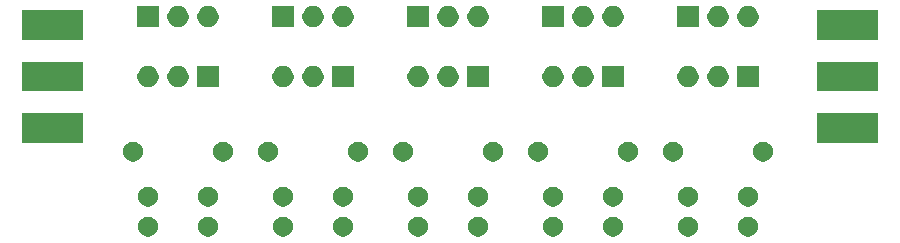
<source format=gbr>
G04 #@! TF.GenerationSoftware,KiCad,Pcbnew,(5.1.5)-3*
G04 #@! TF.CreationDate,2020-04-03T09:15:43-04:00*
G04 #@! TF.ProjectId,Project,50726f6a-6563-4742-9e6b-696361645f70,rev?*
G04 #@! TF.SameCoordinates,Original*
G04 #@! TF.FileFunction,Soldermask,Top*
G04 #@! TF.FilePolarity,Negative*
%FSLAX46Y46*%
G04 Gerber Fmt 4.6, Leading zero omitted, Abs format (unit mm)*
G04 Created by KiCad (PCBNEW (5.1.5)-3) date 2020-04-03 09:15:43*
%MOMM*%
%LPD*%
G04 APERTURE LIST*
%ADD10C,0.100000*%
G04 APERTURE END LIST*
D10*
G36*
X188208228Y-131261703D02*
G01*
X188363100Y-131325853D01*
X188502481Y-131418985D01*
X188621015Y-131537519D01*
X188714147Y-131676900D01*
X188778297Y-131831772D01*
X188811000Y-131996184D01*
X188811000Y-132163816D01*
X188778297Y-132328228D01*
X188714147Y-132483100D01*
X188621015Y-132622481D01*
X188502481Y-132741015D01*
X188363100Y-132834147D01*
X188208228Y-132898297D01*
X188043816Y-132931000D01*
X187876184Y-132931000D01*
X187711772Y-132898297D01*
X187556900Y-132834147D01*
X187417519Y-132741015D01*
X187298985Y-132622481D01*
X187205853Y-132483100D01*
X187141703Y-132328228D01*
X187109000Y-132163816D01*
X187109000Y-131996184D01*
X187141703Y-131831772D01*
X187205853Y-131676900D01*
X187298985Y-131537519D01*
X187417519Y-131418985D01*
X187556900Y-131325853D01*
X187711772Y-131261703D01*
X187876184Y-131229000D01*
X188043816Y-131229000D01*
X188208228Y-131261703D01*
G37*
G36*
X148838228Y-131261703D02*
G01*
X148993100Y-131325853D01*
X149132481Y-131418985D01*
X149251015Y-131537519D01*
X149344147Y-131676900D01*
X149408297Y-131831772D01*
X149441000Y-131996184D01*
X149441000Y-132163816D01*
X149408297Y-132328228D01*
X149344147Y-132483100D01*
X149251015Y-132622481D01*
X149132481Y-132741015D01*
X148993100Y-132834147D01*
X148838228Y-132898297D01*
X148673816Y-132931000D01*
X148506184Y-132931000D01*
X148341772Y-132898297D01*
X148186900Y-132834147D01*
X148047519Y-132741015D01*
X147928985Y-132622481D01*
X147835853Y-132483100D01*
X147771703Y-132328228D01*
X147739000Y-132163816D01*
X147739000Y-131996184D01*
X147771703Y-131831772D01*
X147835853Y-131676900D01*
X147928985Y-131537519D01*
X148047519Y-131418985D01*
X148186900Y-131325853D01*
X148341772Y-131261703D01*
X148506184Y-131229000D01*
X148673816Y-131229000D01*
X148838228Y-131261703D01*
G37*
G36*
X183128228Y-131261703D02*
G01*
X183283100Y-131325853D01*
X183422481Y-131418985D01*
X183541015Y-131537519D01*
X183634147Y-131676900D01*
X183698297Y-131831772D01*
X183731000Y-131996184D01*
X183731000Y-132163816D01*
X183698297Y-132328228D01*
X183634147Y-132483100D01*
X183541015Y-132622481D01*
X183422481Y-132741015D01*
X183283100Y-132834147D01*
X183128228Y-132898297D01*
X182963816Y-132931000D01*
X182796184Y-132931000D01*
X182631772Y-132898297D01*
X182476900Y-132834147D01*
X182337519Y-132741015D01*
X182218985Y-132622481D01*
X182125853Y-132483100D01*
X182061703Y-132328228D01*
X182029000Y-132163816D01*
X182029000Y-131996184D01*
X182061703Y-131831772D01*
X182125853Y-131676900D01*
X182218985Y-131537519D01*
X182337519Y-131418985D01*
X182476900Y-131325853D01*
X182631772Y-131261703D01*
X182796184Y-131229000D01*
X182963816Y-131229000D01*
X183128228Y-131261703D01*
G37*
G36*
X137408228Y-131261703D02*
G01*
X137563100Y-131325853D01*
X137702481Y-131418985D01*
X137821015Y-131537519D01*
X137914147Y-131676900D01*
X137978297Y-131831772D01*
X138011000Y-131996184D01*
X138011000Y-132163816D01*
X137978297Y-132328228D01*
X137914147Y-132483100D01*
X137821015Y-132622481D01*
X137702481Y-132741015D01*
X137563100Y-132834147D01*
X137408228Y-132898297D01*
X137243816Y-132931000D01*
X137076184Y-132931000D01*
X136911772Y-132898297D01*
X136756900Y-132834147D01*
X136617519Y-132741015D01*
X136498985Y-132622481D01*
X136405853Y-132483100D01*
X136341703Y-132328228D01*
X136309000Y-132163816D01*
X136309000Y-131996184D01*
X136341703Y-131831772D01*
X136405853Y-131676900D01*
X136498985Y-131537519D01*
X136617519Y-131418985D01*
X136756900Y-131325853D01*
X136911772Y-131261703D01*
X137076184Y-131229000D01*
X137243816Y-131229000D01*
X137408228Y-131261703D01*
G37*
G36*
X176778228Y-131261703D02*
G01*
X176933100Y-131325853D01*
X177072481Y-131418985D01*
X177191015Y-131537519D01*
X177284147Y-131676900D01*
X177348297Y-131831772D01*
X177381000Y-131996184D01*
X177381000Y-132163816D01*
X177348297Y-132328228D01*
X177284147Y-132483100D01*
X177191015Y-132622481D01*
X177072481Y-132741015D01*
X176933100Y-132834147D01*
X176778228Y-132898297D01*
X176613816Y-132931000D01*
X176446184Y-132931000D01*
X176281772Y-132898297D01*
X176126900Y-132834147D01*
X175987519Y-132741015D01*
X175868985Y-132622481D01*
X175775853Y-132483100D01*
X175711703Y-132328228D01*
X175679000Y-132163816D01*
X175679000Y-131996184D01*
X175711703Y-131831772D01*
X175775853Y-131676900D01*
X175868985Y-131537519D01*
X175987519Y-131418985D01*
X176126900Y-131325853D01*
X176281772Y-131261703D01*
X176446184Y-131229000D01*
X176613816Y-131229000D01*
X176778228Y-131261703D01*
G37*
G36*
X142488228Y-131261703D02*
G01*
X142643100Y-131325853D01*
X142782481Y-131418985D01*
X142901015Y-131537519D01*
X142994147Y-131676900D01*
X143058297Y-131831772D01*
X143091000Y-131996184D01*
X143091000Y-132163816D01*
X143058297Y-132328228D01*
X142994147Y-132483100D01*
X142901015Y-132622481D01*
X142782481Y-132741015D01*
X142643100Y-132834147D01*
X142488228Y-132898297D01*
X142323816Y-132931000D01*
X142156184Y-132931000D01*
X141991772Y-132898297D01*
X141836900Y-132834147D01*
X141697519Y-132741015D01*
X141578985Y-132622481D01*
X141485853Y-132483100D01*
X141421703Y-132328228D01*
X141389000Y-132163816D01*
X141389000Y-131996184D01*
X141421703Y-131831772D01*
X141485853Y-131676900D01*
X141578985Y-131537519D01*
X141697519Y-131418985D01*
X141836900Y-131325853D01*
X141991772Y-131261703D01*
X142156184Y-131229000D01*
X142323816Y-131229000D01*
X142488228Y-131261703D01*
G37*
G36*
X160268228Y-131261703D02*
G01*
X160423100Y-131325853D01*
X160562481Y-131418985D01*
X160681015Y-131537519D01*
X160774147Y-131676900D01*
X160838297Y-131831772D01*
X160871000Y-131996184D01*
X160871000Y-132163816D01*
X160838297Y-132328228D01*
X160774147Y-132483100D01*
X160681015Y-132622481D01*
X160562481Y-132741015D01*
X160423100Y-132834147D01*
X160268228Y-132898297D01*
X160103816Y-132931000D01*
X159936184Y-132931000D01*
X159771772Y-132898297D01*
X159616900Y-132834147D01*
X159477519Y-132741015D01*
X159358985Y-132622481D01*
X159265853Y-132483100D01*
X159201703Y-132328228D01*
X159169000Y-132163816D01*
X159169000Y-131996184D01*
X159201703Y-131831772D01*
X159265853Y-131676900D01*
X159358985Y-131537519D01*
X159477519Y-131418985D01*
X159616900Y-131325853D01*
X159771772Y-131261703D01*
X159936184Y-131229000D01*
X160103816Y-131229000D01*
X160268228Y-131261703D01*
G37*
G36*
X171698228Y-131261703D02*
G01*
X171853100Y-131325853D01*
X171992481Y-131418985D01*
X172111015Y-131537519D01*
X172204147Y-131676900D01*
X172268297Y-131831772D01*
X172301000Y-131996184D01*
X172301000Y-132163816D01*
X172268297Y-132328228D01*
X172204147Y-132483100D01*
X172111015Y-132622481D01*
X171992481Y-132741015D01*
X171853100Y-132834147D01*
X171698228Y-132898297D01*
X171533816Y-132931000D01*
X171366184Y-132931000D01*
X171201772Y-132898297D01*
X171046900Y-132834147D01*
X170907519Y-132741015D01*
X170788985Y-132622481D01*
X170695853Y-132483100D01*
X170631703Y-132328228D01*
X170599000Y-132163816D01*
X170599000Y-131996184D01*
X170631703Y-131831772D01*
X170695853Y-131676900D01*
X170788985Y-131537519D01*
X170907519Y-131418985D01*
X171046900Y-131325853D01*
X171201772Y-131261703D01*
X171366184Y-131229000D01*
X171533816Y-131229000D01*
X171698228Y-131261703D01*
G37*
G36*
X165348228Y-131261703D02*
G01*
X165503100Y-131325853D01*
X165642481Y-131418985D01*
X165761015Y-131537519D01*
X165854147Y-131676900D01*
X165918297Y-131831772D01*
X165951000Y-131996184D01*
X165951000Y-132163816D01*
X165918297Y-132328228D01*
X165854147Y-132483100D01*
X165761015Y-132622481D01*
X165642481Y-132741015D01*
X165503100Y-132834147D01*
X165348228Y-132898297D01*
X165183816Y-132931000D01*
X165016184Y-132931000D01*
X164851772Y-132898297D01*
X164696900Y-132834147D01*
X164557519Y-132741015D01*
X164438985Y-132622481D01*
X164345853Y-132483100D01*
X164281703Y-132328228D01*
X164249000Y-132163816D01*
X164249000Y-131996184D01*
X164281703Y-131831772D01*
X164345853Y-131676900D01*
X164438985Y-131537519D01*
X164557519Y-131418985D01*
X164696900Y-131325853D01*
X164851772Y-131261703D01*
X165016184Y-131229000D01*
X165183816Y-131229000D01*
X165348228Y-131261703D01*
G37*
G36*
X153918228Y-131261703D02*
G01*
X154073100Y-131325853D01*
X154212481Y-131418985D01*
X154331015Y-131537519D01*
X154424147Y-131676900D01*
X154488297Y-131831772D01*
X154521000Y-131996184D01*
X154521000Y-132163816D01*
X154488297Y-132328228D01*
X154424147Y-132483100D01*
X154331015Y-132622481D01*
X154212481Y-132741015D01*
X154073100Y-132834147D01*
X153918228Y-132898297D01*
X153753816Y-132931000D01*
X153586184Y-132931000D01*
X153421772Y-132898297D01*
X153266900Y-132834147D01*
X153127519Y-132741015D01*
X153008985Y-132622481D01*
X152915853Y-132483100D01*
X152851703Y-132328228D01*
X152819000Y-132163816D01*
X152819000Y-131996184D01*
X152851703Y-131831772D01*
X152915853Y-131676900D01*
X153008985Y-131537519D01*
X153127519Y-131418985D01*
X153266900Y-131325853D01*
X153421772Y-131261703D01*
X153586184Y-131229000D01*
X153753816Y-131229000D01*
X153918228Y-131261703D01*
G37*
G36*
X137408228Y-128721703D02*
G01*
X137563100Y-128785853D01*
X137702481Y-128878985D01*
X137821015Y-128997519D01*
X137914147Y-129136900D01*
X137978297Y-129291772D01*
X138011000Y-129456184D01*
X138011000Y-129623816D01*
X137978297Y-129788228D01*
X137914147Y-129943100D01*
X137821015Y-130082481D01*
X137702481Y-130201015D01*
X137563100Y-130294147D01*
X137408228Y-130358297D01*
X137243816Y-130391000D01*
X137076184Y-130391000D01*
X136911772Y-130358297D01*
X136756900Y-130294147D01*
X136617519Y-130201015D01*
X136498985Y-130082481D01*
X136405853Y-129943100D01*
X136341703Y-129788228D01*
X136309000Y-129623816D01*
X136309000Y-129456184D01*
X136341703Y-129291772D01*
X136405853Y-129136900D01*
X136498985Y-128997519D01*
X136617519Y-128878985D01*
X136756900Y-128785853D01*
X136911772Y-128721703D01*
X137076184Y-128689000D01*
X137243816Y-128689000D01*
X137408228Y-128721703D01*
G37*
G36*
X176778228Y-128721703D02*
G01*
X176933100Y-128785853D01*
X177072481Y-128878985D01*
X177191015Y-128997519D01*
X177284147Y-129136900D01*
X177348297Y-129291772D01*
X177381000Y-129456184D01*
X177381000Y-129623816D01*
X177348297Y-129788228D01*
X177284147Y-129943100D01*
X177191015Y-130082481D01*
X177072481Y-130201015D01*
X176933100Y-130294147D01*
X176778228Y-130358297D01*
X176613816Y-130391000D01*
X176446184Y-130391000D01*
X176281772Y-130358297D01*
X176126900Y-130294147D01*
X175987519Y-130201015D01*
X175868985Y-130082481D01*
X175775853Y-129943100D01*
X175711703Y-129788228D01*
X175679000Y-129623816D01*
X175679000Y-129456184D01*
X175711703Y-129291772D01*
X175775853Y-129136900D01*
X175868985Y-128997519D01*
X175987519Y-128878985D01*
X176126900Y-128785853D01*
X176281772Y-128721703D01*
X176446184Y-128689000D01*
X176613816Y-128689000D01*
X176778228Y-128721703D01*
G37*
G36*
X183128228Y-128721703D02*
G01*
X183283100Y-128785853D01*
X183422481Y-128878985D01*
X183541015Y-128997519D01*
X183634147Y-129136900D01*
X183698297Y-129291772D01*
X183731000Y-129456184D01*
X183731000Y-129623816D01*
X183698297Y-129788228D01*
X183634147Y-129943100D01*
X183541015Y-130082481D01*
X183422481Y-130201015D01*
X183283100Y-130294147D01*
X183128228Y-130358297D01*
X182963816Y-130391000D01*
X182796184Y-130391000D01*
X182631772Y-130358297D01*
X182476900Y-130294147D01*
X182337519Y-130201015D01*
X182218985Y-130082481D01*
X182125853Y-129943100D01*
X182061703Y-129788228D01*
X182029000Y-129623816D01*
X182029000Y-129456184D01*
X182061703Y-129291772D01*
X182125853Y-129136900D01*
X182218985Y-128997519D01*
X182337519Y-128878985D01*
X182476900Y-128785853D01*
X182631772Y-128721703D01*
X182796184Y-128689000D01*
X182963816Y-128689000D01*
X183128228Y-128721703D01*
G37*
G36*
X148838228Y-128721703D02*
G01*
X148993100Y-128785853D01*
X149132481Y-128878985D01*
X149251015Y-128997519D01*
X149344147Y-129136900D01*
X149408297Y-129291772D01*
X149441000Y-129456184D01*
X149441000Y-129623816D01*
X149408297Y-129788228D01*
X149344147Y-129943100D01*
X149251015Y-130082481D01*
X149132481Y-130201015D01*
X148993100Y-130294147D01*
X148838228Y-130358297D01*
X148673816Y-130391000D01*
X148506184Y-130391000D01*
X148341772Y-130358297D01*
X148186900Y-130294147D01*
X148047519Y-130201015D01*
X147928985Y-130082481D01*
X147835853Y-129943100D01*
X147771703Y-129788228D01*
X147739000Y-129623816D01*
X147739000Y-129456184D01*
X147771703Y-129291772D01*
X147835853Y-129136900D01*
X147928985Y-128997519D01*
X148047519Y-128878985D01*
X148186900Y-128785853D01*
X148341772Y-128721703D01*
X148506184Y-128689000D01*
X148673816Y-128689000D01*
X148838228Y-128721703D01*
G37*
G36*
X142488228Y-128721703D02*
G01*
X142643100Y-128785853D01*
X142782481Y-128878985D01*
X142901015Y-128997519D01*
X142994147Y-129136900D01*
X143058297Y-129291772D01*
X143091000Y-129456184D01*
X143091000Y-129623816D01*
X143058297Y-129788228D01*
X142994147Y-129943100D01*
X142901015Y-130082481D01*
X142782481Y-130201015D01*
X142643100Y-130294147D01*
X142488228Y-130358297D01*
X142323816Y-130391000D01*
X142156184Y-130391000D01*
X141991772Y-130358297D01*
X141836900Y-130294147D01*
X141697519Y-130201015D01*
X141578985Y-130082481D01*
X141485853Y-129943100D01*
X141421703Y-129788228D01*
X141389000Y-129623816D01*
X141389000Y-129456184D01*
X141421703Y-129291772D01*
X141485853Y-129136900D01*
X141578985Y-128997519D01*
X141697519Y-128878985D01*
X141836900Y-128785853D01*
X141991772Y-128721703D01*
X142156184Y-128689000D01*
X142323816Y-128689000D01*
X142488228Y-128721703D01*
G37*
G36*
X160268228Y-128721703D02*
G01*
X160423100Y-128785853D01*
X160562481Y-128878985D01*
X160681015Y-128997519D01*
X160774147Y-129136900D01*
X160838297Y-129291772D01*
X160871000Y-129456184D01*
X160871000Y-129623816D01*
X160838297Y-129788228D01*
X160774147Y-129943100D01*
X160681015Y-130082481D01*
X160562481Y-130201015D01*
X160423100Y-130294147D01*
X160268228Y-130358297D01*
X160103816Y-130391000D01*
X159936184Y-130391000D01*
X159771772Y-130358297D01*
X159616900Y-130294147D01*
X159477519Y-130201015D01*
X159358985Y-130082481D01*
X159265853Y-129943100D01*
X159201703Y-129788228D01*
X159169000Y-129623816D01*
X159169000Y-129456184D01*
X159201703Y-129291772D01*
X159265853Y-129136900D01*
X159358985Y-128997519D01*
X159477519Y-128878985D01*
X159616900Y-128785853D01*
X159771772Y-128721703D01*
X159936184Y-128689000D01*
X160103816Y-128689000D01*
X160268228Y-128721703D01*
G37*
G36*
X171698228Y-128721703D02*
G01*
X171853100Y-128785853D01*
X171992481Y-128878985D01*
X172111015Y-128997519D01*
X172204147Y-129136900D01*
X172268297Y-129291772D01*
X172301000Y-129456184D01*
X172301000Y-129623816D01*
X172268297Y-129788228D01*
X172204147Y-129943100D01*
X172111015Y-130082481D01*
X171992481Y-130201015D01*
X171853100Y-130294147D01*
X171698228Y-130358297D01*
X171533816Y-130391000D01*
X171366184Y-130391000D01*
X171201772Y-130358297D01*
X171046900Y-130294147D01*
X170907519Y-130201015D01*
X170788985Y-130082481D01*
X170695853Y-129943100D01*
X170631703Y-129788228D01*
X170599000Y-129623816D01*
X170599000Y-129456184D01*
X170631703Y-129291772D01*
X170695853Y-129136900D01*
X170788985Y-128997519D01*
X170907519Y-128878985D01*
X171046900Y-128785853D01*
X171201772Y-128721703D01*
X171366184Y-128689000D01*
X171533816Y-128689000D01*
X171698228Y-128721703D01*
G37*
G36*
X165348228Y-128721703D02*
G01*
X165503100Y-128785853D01*
X165642481Y-128878985D01*
X165761015Y-128997519D01*
X165854147Y-129136900D01*
X165918297Y-129291772D01*
X165951000Y-129456184D01*
X165951000Y-129623816D01*
X165918297Y-129788228D01*
X165854147Y-129943100D01*
X165761015Y-130082481D01*
X165642481Y-130201015D01*
X165503100Y-130294147D01*
X165348228Y-130358297D01*
X165183816Y-130391000D01*
X165016184Y-130391000D01*
X164851772Y-130358297D01*
X164696900Y-130294147D01*
X164557519Y-130201015D01*
X164438985Y-130082481D01*
X164345853Y-129943100D01*
X164281703Y-129788228D01*
X164249000Y-129623816D01*
X164249000Y-129456184D01*
X164281703Y-129291772D01*
X164345853Y-129136900D01*
X164438985Y-128997519D01*
X164557519Y-128878985D01*
X164696900Y-128785853D01*
X164851772Y-128721703D01*
X165016184Y-128689000D01*
X165183816Y-128689000D01*
X165348228Y-128721703D01*
G37*
G36*
X188208228Y-128721703D02*
G01*
X188363100Y-128785853D01*
X188502481Y-128878985D01*
X188621015Y-128997519D01*
X188714147Y-129136900D01*
X188778297Y-129291772D01*
X188811000Y-129456184D01*
X188811000Y-129623816D01*
X188778297Y-129788228D01*
X188714147Y-129943100D01*
X188621015Y-130082481D01*
X188502481Y-130201015D01*
X188363100Y-130294147D01*
X188208228Y-130358297D01*
X188043816Y-130391000D01*
X187876184Y-130391000D01*
X187711772Y-130358297D01*
X187556900Y-130294147D01*
X187417519Y-130201015D01*
X187298985Y-130082481D01*
X187205853Y-129943100D01*
X187141703Y-129788228D01*
X187109000Y-129623816D01*
X187109000Y-129456184D01*
X187141703Y-129291772D01*
X187205853Y-129136900D01*
X187298985Y-128997519D01*
X187417519Y-128878985D01*
X187556900Y-128785853D01*
X187711772Y-128721703D01*
X187876184Y-128689000D01*
X188043816Y-128689000D01*
X188208228Y-128721703D01*
G37*
G36*
X153918228Y-128721703D02*
G01*
X154073100Y-128785853D01*
X154212481Y-128878985D01*
X154331015Y-128997519D01*
X154424147Y-129136900D01*
X154488297Y-129291772D01*
X154521000Y-129456184D01*
X154521000Y-129623816D01*
X154488297Y-129788228D01*
X154424147Y-129943100D01*
X154331015Y-130082481D01*
X154212481Y-130201015D01*
X154073100Y-130294147D01*
X153918228Y-130358297D01*
X153753816Y-130391000D01*
X153586184Y-130391000D01*
X153421772Y-130358297D01*
X153266900Y-130294147D01*
X153127519Y-130201015D01*
X153008985Y-130082481D01*
X152915853Y-129943100D01*
X152851703Y-129788228D01*
X152819000Y-129623816D01*
X152819000Y-129456184D01*
X152851703Y-129291772D01*
X152915853Y-129136900D01*
X153008985Y-128997519D01*
X153127519Y-128878985D01*
X153266900Y-128785853D01*
X153421772Y-128721703D01*
X153586184Y-128689000D01*
X153753816Y-128689000D01*
X153918228Y-128721703D01*
G37*
G36*
X166618228Y-124911703D02*
G01*
X166773100Y-124975853D01*
X166912481Y-125068985D01*
X167031015Y-125187519D01*
X167124147Y-125326900D01*
X167188297Y-125481772D01*
X167221000Y-125646184D01*
X167221000Y-125813816D01*
X167188297Y-125978228D01*
X167124147Y-126133100D01*
X167031015Y-126272481D01*
X166912481Y-126391015D01*
X166773100Y-126484147D01*
X166618228Y-126548297D01*
X166453816Y-126581000D01*
X166286184Y-126581000D01*
X166121772Y-126548297D01*
X165966900Y-126484147D01*
X165827519Y-126391015D01*
X165708985Y-126272481D01*
X165615853Y-126133100D01*
X165551703Y-125978228D01*
X165519000Y-125813816D01*
X165519000Y-125646184D01*
X165551703Y-125481772D01*
X165615853Y-125326900D01*
X165708985Y-125187519D01*
X165827519Y-125068985D01*
X165966900Y-124975853D01*
X166121772Y-124911703D01*
X166286184Y-124879000D01*
X166453816Y-124879000D01*
X166618228Y-124911703D01*
G37*
G36*
X136138228Y-124911703D02*
G01*
X136293100Y-124975853D01*
X136432481Y-125068985D01*
X136551015Y-125187519D01*
X136644147Y-125326900D01*
X136708297Y-125481772D01*
X136741000Y-125646184D01*
X136741000Y-125813816D01*
X136708297Y-125978228D01*
X136644147Y-126133100D01*
X136551015Y-126272481D01*
X136432481Y-126391015D01*
X136293100Y-126484147D01*
X136138228Y-126548297D01*
X135973816Y-126581000D01*
X135806184Y-126581000D01*
X135641772Y-126548297D01*
X135486900Y-126484147D01*
X135347519Y-126391015D01*
X135228985Y-126272481D01*
X135135853Y-126133100D01*
X135071703Y-125978228D01*
X135039000Y-125813816D01*
X135039000Y-125646184D01*
X135071703Y-125481772D01*
X135135853Y-125326900D01*
X135228985Y-125187519D01*
X135347519Y-125068985D01*
X135486900Y-124975853D01*
X135641772Y-124911703D01*
X135806184Y-124879000D01*
X135973816Y-124879000D01*
X136138228Y-124911703D01*
G37*
G36*
X143758228Y-124911703D02*
G01*
X143913100Y-124975853D01*
X144052481Y-125068985D01*
X144171015Y-125187519D01*
X144264147Y-125326900D01*
X144328297Y-125481772D01*
X144361000Y-125646184D01*
X144361000Y-125813816D01*
X144328297Y-125978228D01*
X144264147Y-126133100D01*
X144171015Y-126272481D01*
X144052481Y-126391015D01*
X143913100Y-126484147D01*
X143758228Y-126548297D01*
X143593816Y-126581000D01*
X143426184Y-126581000D01*
X143261772Y-126548297D01*
X143106900Y-126484147D01*
X142967519Y-126391015D01*
X142848985Y-126272481D01*
X142755853Y-126133100D01*
X142691703Y-125978228D01*
X142659000Y-125813816D01*
X142659000Y-125646184D01*
X142691703Y-125481772D01*
X142755853Y-125326900D01*
X142848985Y-125187519D01*
X142967519Y-125068985D01*
X143106900Y-124975853D01*
X143261772Y-124911703D01*
X143426184Y-124879000D01*
X143593816Y-124879000D01*
X143758228Y-124911703D01*
G37*
G36*
X147568228Y-124911703D02*
G01*
X147723100Y-124975853D01*
X147862481Y-125068985D01*
X147981015Y-125187519D01*
X148074147Y-125326900D01*
X148138297Y-125481772D01*
X148171000Y-125646184D01*
X148171000Y-125813816D01*
X148138297Y-125978228D01*
X148074147Y-126133100D01*
X147981015Y-126272481D01*
X147862481Y-126391015D01*
X147723100Y-126484147D01*
X147568228Y-126548297D01*
X147403816Y-126581000D01*
X147236184Y-126581000D01*
X147071772Y-126548297D01*
X146916900Y-126484147D01*
X146777519Y-126391015D01*
X146658985Y-126272481D01*
X146565853Y-126133100D01*
X146501703Y-125978228D01*
X146469000Y-125813816D01*
X146469000Y-125646184D01*
X146501703Y-125481772D01*
X146565853Y-125326900D01*
X146658985Y-125187519D01*
X146777519Y-125068985D01*
X146916900Y-124975853D01*
X147071772Y-124911703D01*
X147236184Y-124879000D01*
X147403816Y-124879000D01*
X147568228Y-124911703D01*
G37*
G36*
X155188228Y-124911703D02*
G01*
X155343100Y-124975853D01*
X155482481Y-125068985D01*
X155601015Y-125187519D01*
X155694147Y-125326900D01*
X155758297Y-125481772D01*
X155791000Y-125646184D01*
X155791000Y-125813816D01*
X155758297Y-125978228D01*
X155694147Y-126133100D01*
X155601015Y-126272481D01*
X155482481Y-126391015D01*
X155343100Y-126484147D01*
X155188228Y-126548297D01*
X155023816Y-126581000D01*
X154856184Y-126581000D01*
X154691772Y-126548297D01*
X154536900Y-126484147D01*
X154397519Y-126391015D01*
X154278985Y-126272481D01*
X154185853Y-126133100D01*
X154121703Y-125978228D01*
X154089000Y-125813816D01*
X154089000Y-125646184D01*
X154121703Y-125481772D01*
X154185853Y-125326900D01*
X154278985Y-125187519D01*
X154397519Y-125068985D01*
X154536900Y-124975853D01*
X154691772Y-124911703D01*
X154856184Y-124879000D01*
X155023816Y-124879000D01*
X155188228Y-124911703D01*
G37*
G36*
X158998228Y-124911703D02*
G01*
X159153100Y-124975853D01*
X159292481Y-125068985D01*
X159411015Y-125187519D01*
X159504147Y-125326900D01*
X159568297Y-125481772D01*
X159601000Y-125646184D01*
X159601000Y-125813816D01*
X159568297Y-125978228D01*
X159504147Y-126133100D01*
X159411015Y-126272481D01*
X159292481Y-126391015D01*
X159153100Y-126484147D01*
X158998228Y-126548297D01*
X158833816Y-126581000D01*
X158666184Y-126581000D01*
X158501772Y-126548297D01*
X158346900Y-126484147D01*
X158207519Y-126391015D01*
X158088985Y-126272481D01*
X157995853Y-126133100D01*
X157931703Y-125978228D01*
X157899000Y-125813816D01*
X157899000Y-125646184D01*
X157931703Y-125481772D01*
X157995853Y-125326900D01*
X158088985Y-125187519D01*
X158207519Y-125068985D01*
X158346900Y-124975853D01*
X158501772Y-124911703D01*
X158666184Y-124879000D01*
X158833816Y-124879000D01*
X158998228Y-124911703D01*
G37*
G36*
X170428228Y-124911703D02*
G01*
X170583100Y-124975853D01*
X170722481Y-125068985D01*
X170841015Y-125187519D01*
X170934147Y-125326900D01*
X170998297Y-125481772D01*
X171031000Y-125646184D01*
X171031000Y-125813816D01*
X170998297Y-125978228D01*
X170934147Y-126133100D01*
X170841015Y-126272481D01*
X170722481Y-126391015D01*
X170583100Y-126484147D01*
X170428228Y-126548297D01*
X170263816Y-126581000D01*
X170096184Y-126581000D01*
X169931772Y-126548297D01*
X169776900Y-126484147D01*
X169637519Y-126391015D01*
X169518985Y-126272481D01*
X169425853Y-126133100D01*
X169361703Y-125978228D01*
X169329000Y-125813816D01*
X169329000Y-125646184D01*
X169361703Y-125481772D01*
X169425853Y-125326900D01*
X169518985Y-125187519D01*
X169637519Y-125068985D01*
X169776900Y-124975853D01*
X169931772Y-124911703D01*
X170096184Y-124879000D01*
X170263816Y-124879000D01*
X170428228Y-124911703D01*
G37*
G36*
X178048228Y-124911703D02*
G01*
X178203100Y-124975853D01*
X178342481Y-125068985D01*
X178461015Y-125187519D01*
X178554147Y-125326900D01*
X178618297Y-125481772D01*
X178651000Y-125646184D01*
X178651000Y-125813816D01*
X178618297Y-125978228D01*
X178554147Y-126133100D01*
X178461015Y-126272481D01*
X178342481Y-126391015D01*
X178203100Y-126484147D01*
X178048228Y-126548297D01*
X177883816Y-126581000D01*
X177716184Y-126581000D01*
X177551772Y-126548297D01*
X177396900Y-126484147D01*
X177257519Y-126391015D01*
X177138985Y-126272481D01*
X177045853Y-126133100D01*
X176981703Y-125978228D01*
X176949000Y-125813816D01*
X176949000Y-125646184D01*
X176981703Y-125481772D01*
X177045853Y-125326900D01*
X177138985Y-125187519D01*
X177257519Y-125068985D01*
X177396900Y-124975853D01*
X177551772Y-124911703D01*
X177716184Y-124879000D01*
X177883816Y-124879000D01*
X178048228Y-124911703D01*
G37*
G36*
X189478228Y-124911703D02*
G01*
X189633100Y-124975853D01*
X189772481Y-125068985D01*
X189891015Y-125187519D01*
X189984147Y-125326900D01*
X190048297Y-125481772D01*
X190081000Y-125646184D01*
X190081000Y-125813816D01*
X190048297Y-125978228D01*
X189984147Y-126133100D01*
X189891015Y-126272481D01*
X189772481Y-126391015D01*
X189633100Y-126484147D01*
X189478228Y-126548297D01*
X189313816Y-126581000D01*
X189146184Y-126581000D01*
X188981772Y-126548297D01*
X188826900Y-126484147D01*
X188687519Y-126391015D01*
X188568985Y-126272481D01*
X188475853Y-126133100D01*
X188411703Y-125978228D01*
X188379000Y-125813816D01*
X188379000Y-125646184D01*
X188411703Y-125481772D01*
X188475853Y-125326900D01*
X188568985Y-125187519D01*
X188687519Y-125068985D01*
X188826900Y-124975853D01*
X188981772Y-124911703D01*
X189146184Y-124879000D01*
X189313816Y-124879000D01*
X189478228Y-124911703D01*
G37*
G36*
X181858228Y-124911703D02*
G01*
X182013100Y-124975853D01*
X182152481Y-125068985D01*
X182271015Y-125187519D01*
X182364147Y-125326900D01*
X182428297Y-125481772D01*
X182461000Y-125646184D01*
X182461000Y-125813816D01*
X182428297Y-125978228D01*
X182364147Y-126133100D01*
X182271015Y-126272481D01*
X182152481Y-126391015D01*
X182013100Y-126484147D01*
X181858228Y-126548297D01*
X181693816Y-126581000D01*
X181526184Y-126581000D01*
X181361772Y-126548297D01*
X181206900Y-126484147D01*
X181067519Y-126391015D01*
X180948985Y-126272481D01*
X180855853Y-126133100D01*
X180791703Y-125978228D01*
X180759000Y-125813816D01*
X180759000Y-125646184D01*
X180791703Y-125481772D01*
X180855853Y-125326900D01*
X180948985Y-125187519D01*
X181067519Y-125068985D01*
X181206900Y-124975853D01*
X181361772Y-124911703D01*
X181526184Y-124879000D01*
X181693816Y-124879000D01*
X181858228Y-124911703D01*
G37*
G36*
X131681000Y-125021000D02*
G01*
X126499000Y-125021000D01*
X126499000Y-122499000D01*
X131681000Y-122499000D01*
X131681000Y-125021000D01*
G37*
G36*
X199011000Y-125021000D02*
G01*
X193829000Y-125021000D01*
X193829000Y-122499000D01*
X199011000Y-122499000D01*
X199011000Y-125021000D01*
G37*
G36*
X199011000Y-120576000D02*
G01*
X193829000Y-120576000D01*
X193829000Y-118184000D01*
X199011000Y-118184000D01*
X199011000Y-120576000D01*
G37*
G36*
X131681000Y-120576000D02*
G01*
X126499000Y-120576000D01*
X126499000Y-118184000D01*
X131681000Y-118184000D01*
X131681000Y-120576000D01*
G37*
G36*
X162673512Y-118483927D02*
G01*
X162822812Y-118513624D01*
X162986784Y-118581544D01*
X163134354Y-118680147D01*
X163259853Y-118805646D01*
X163358456Y-118953216D01*
X163426376Y-119117188D01*
X163461000Y-119291259D01*
X163461000Y-119468741D01*
X163426376Y-119642812D01*
X163358456Y-119806784D01*
X163259853Y-119954354D01*
X163134354Y-120079853D01*
X162986784Y-120178456D01*
X162822812Y-120246376D01*
X162673512Y-120276073D01*
X162648742Y-120281000D01*
X162471258Y-120281000D01*
X162446488Y-120276073D01*
X162297188Y-120246376D01*
X162133216Y-120178456D01*
X161985646Y-120079853D01*
X161860147Y-119954354D01*
X161761544Y-119806784D01*
X161693624Y-119642812D01*
X161659000Y-119468741D01*
X161659000Y-119291259D01*
X161693624Y-119117188D01*
X161761544Y-118953216D01*
X161860147Y-118805646D01*
X161985646Y-118680147D01*
X162133216Y-118581544D01*
X162297188Y-118513624D01*
X162446488Y-118483927D01*
X162471258Y-118479000D01*
X162648742Y-118479000D01*
X162673512Y-118483927D01*
G37*
G36*
X143141000Y-120281000D02*
G01*
X141339000Y-120281000D01*
X141339000Y-118479000D01*
X143141000Y-118479000D01*
X143141000Y-120281000D01*
G37*
G36*
X139813512Y-118483927D02*
G01*
X139962812Y-118513624D01*
X140126784Y-118581544D01*
X140274354Y-118680147D01*
X140399853Y-118805646D01*
X140498456Y-118953216D01*
X140566376Y-119117188D01*
X140601000Y-119291259D01*
X140601000Y-119468741D01*
X140566376Y-119642812D01*
X140498456Y-119806784D01*
X140399853Y-119954354D01*
X140274354Y-120079853D01*
X140126784Y-120178456D01*
X139962812Y-120246376D01*
X139813512Y-120276073D01*
X139788742Y-120281000D01*
X139611258Y-120281000D01*
X139586488Y-120276073D01*
X139437188Y-120246376D01*
X139273216Y-120178456D01*
X139125646Y-120079853D01*
X139000147Y-119954354D01*
X138901544Y-119806784D01*
X138833624Y-119642812D01*
X138799000Y-119468741D01*
X138799000Y-119291259D01*
X138833624Y-119117188D01*
X138901544Y-118953216D01*
X139000147Y-118805646D01*
X139125646Y-118680147D01*
X139273216Y-118581544D01*
X139437188Y-118513624D01*
X139586488Y-118483927D01*
X139611258Y-118479000D01*
X139788742Y-118479000D01*
X139813512Y-118483927D01*
G37*
G36*
X137273512Y-118483927D02*
G01*
X137422812Y-118513624D01*
X137586784Y-118581544D01*
X137734354Y-118680147D01*
X137859853Y-118805646D01*
X137958456Y-118953216D01*
X138026376Y-119117188D01*
X138061000Y-119291259D01*
X138061000Y-119468741D01*
X138026376Y-119642812D01*
X137958456Y-119806784D01*
X137859853Y-119954354D01*
X137734354Y-120079853D01*
X137586784Y-120178456D01*
X137422812Y-120246376D01*
X137273512Y-120276073D01*
X137248742Y-120281000D01*
X137071258Y-120281000D01*
X137046488Y-120276073D01*
X136897188Y-120246376D01*
X136733216Y-120178456D01*
X136585646Y-120079853D01*
X136460147Y-119954354D01*
X136361544Y-119806784D01*
X136293624Y-119642812D01*
X136259000Y-119468741D01*
X136259000Y-119291259D01*
X136293624Y-119117188D01*
X136361544Y-118953216D01*
X136460147Y-118805646D01*
X136585646Y-118680147D01*
X136733216Y-118581544D01*
X136897188Y-118513624D01*
X137046488Y-118483927D01*
X137071258Y-118479000D01*
X137248742Y-118479000D01*
X137273512Y-118483927D01*
G37*
G36*
X148703512Y-118483927D02*
G01*
X148852812Y-118513624D01*
X149016784Y-118581544D01*
X149164354Y-118680147D01*
X149289853Y-118805646D01*
X149388456Y-118953216D01*
X149456376Y-119117188D01*
X149491000Y-119291259D01*
X149491000Y-119468741D01*
X149456376Y-119642812D01*
X149388456Y-119806784D01*
X149289853Y-119954354D01*
X149164354Y-120079853D01*
X149016784Y-120178456D01*
X148852812Y-120246376D01*
X148703512Y-120276073D01*
X148678742Y-120281000D01*
X148501258Y-120281000D01*
X148476488Y-120276073D01*
X148327188Y-120246376D01*
X148163216Y-120178456D01*
X148015646Y-120079853D01*
X147890147Y-119954354D01*
X147791544Y-119806784D01*
X147723624Y-119642812D01*
X147689000Y-119468741D01*
X147689000Y-119291259D01*
X147723624Y-119117188D01*
X147791544Y-118953216D01*
X147890147Y-118805646D01*
X148015646Y-118680147D01*
X148163216Y-118581544D01*
X148327188Y-118513624D01*
X148476488Y-118483927D01*
X148501258Y-118479000D01*
X148678742Y-118479000D01*
X148703512Y-118483927D01*
G37*
G36*
X151243512Y-118483927D02*
G01*
X151392812Y-118513624D01*
X151556784Y-118581544D01*
X151704354Y-118680147D01*
X151829853Y-118805646D01*
X151928456Y-118953216D01*
X151996376Y-119117188D01*
X152031000Y-119291259D01*
X152031000Y-119468741D01*
X151996376Y-119642812D01*
X151928456Y-119806784D01*
X151829853Y-119954354D01*
X151704354Y-120079853D01*
X151556784Y-120178456D01*
X151392812Y-120246376D01*
X151243512Y-120276073D01*
X151218742Y-120281000D01*
X151041258Y-120281000D01*
X151016488Y-120276073D01*
X150867188Y-120246376D01*
X150703216Y-120178456D01*
X150555646Y-120079853D01*
X150430147Y-119954354D01*
X150331544Y-119806784D01*
X150263624Y-119642812D01*
X150229000Y-119468741D01*
X150229000Y-119291259D01*
X150263624Y-119117188D01*
X150331544Y-118953216D01*
X150430147Y-118805646D01*
X150555646Y-118680147D01*
X150703216Y-118581544D01*
X150867188Y-118513624D01*
X151016488Y-118483927D01*
X151041258Y-118479000D01*
X151218742Y-118479000D01*
X151243512Y-118483927D01*
G37*
G36*
X154571000Y-120281000D02*
G01*
X152769000Y-120281000D01*
X152769000Y-118479000D01*
X154571000Y-118479000D01*
X154571000Y-120281000D01*
G37*
G36*
X160133512Y-118483927D02*
G01*
X160282812Y-118513624D01*
X160446784Y-118581544D01*
X160594354Y-118680147D01*
X160719853Y-118805646D01*
X160818456Y-118953216D01*
X160886376Y-119117188D01*
X160921000Y-119291259D01*
X160921000Y-119468741D01*
X160886376Y-119642812D01*
X160818456Y-119806784D01*
X160719853Y-119954354D01*
X160594354Y-120079853D01*
X160446784Y-120178456D01*
X160282812Y-120246376D01*
X160133512Y-120276073D01*
X160108742Y-120281000D01*
X159931258Y-120281000D01*
X159906488Y-120276073D01*
X159757188Y-120246376D01*
X159593216Y-120178456D01*
X159445646Y-120079853D01*
X159320147Y-119954354D01*
X159221544Y-119806784D01*
X159153624Y-119642812D01*
X159119000Y-119468741D01*
X159119000Y-119291259D01*
X159153624Y-119117188D01*
X159221544Y-118953216D01*
X159320147Y-118805646D01*
X159445646Y-118680147D01*
X159593216Y-118581544D01*
X159757188Y-118513624D01*
X159906488Y-118483927D01*
X159931258Y-118479000D01*
X160108742Y-118479000D01*
X160133512Y-118483927D01*
G37*
G36*
X166001000Y-120281000D02*
G01*
X164199000Y-120281000D01*
X164199000Y-118479000D01*
X166001000Y-118479000D01*
X166001000Y-120281000D01*
G37*
G36*
X171563512Y-118483927D02*
G01*
X171712812Y-118513624D01*
X171876784Y-118581544D01*
X172024354Y-118680147D01*
X172149853Y-118805646D01*
X172248456Y-118953216D01*
X172316376Y-119117188D01*
X172351000Y-119291259D01*
X172351000Y-119468741D01*
X172316376Y-119642812D01*
X172248456Y-119806784D01*
X172149853Y-119954354D01*
X172024354Y-120079853D01*
X171876784Y-120178456D01*
X171712812Y-120246376D01*
X171563512Y-120276073D01*
X171538742Y-120281000D01*
X171361258Y-120281000D01*
X171336488Y-120276073D01*
X171187188Y-120246376D01*
X171023216Y-120178456D01*
X170875646Y-120079853D01*
X170750147Y-119954354D01*
X170651544Y-119806784D01*
X170583624Y-119642812D01*
X170549000Y-119468741D01*
X170549000Y-119291259D01*
X170583624Y-119117188D01*
X170651544Y-118953216D01*
X170750147Y-118805646D01*
X170875646Y-118680147D01*
X171023216Y-118581544D01*
X171187188Y-118513624D01*
X171336488Y-118483927D01*
X171361258Y-118479000D01*
X171538742Y-118479000D01*
X171563512Y-118483927D01*
G37*
G36*
X174103512Y-118483927D02*
G01*
X174252812Y-118513624D01*
X174416784Y-118581544D01*
X174564354Y-118680147D01*
X174689853Y-118805646D01*
X174788456Y-118953216D01*
X174856376Y-119117188D01*
X174891000Y-119291259D01*
X174891000Y-119468741D01*
X174856376Y-119642812D01*
X174788456Y-119806784D01*
X174689853Y-119954354D01*
X174564354Y-120079853D01*
X174416784Y-120178456D01*
X174252812Y-120246376D01*
X174103512Y-120276073D01*
X174078742Y-120281000D01*
X173901258Y-120281000D01*
X173876488Y-120276073D01*
X173727188Y-120246376D01*
X173563216Y-120178456D01*
X173415646Y-120079853D01*
X173290147Y-119954354D01*
X173191544Y-119806784D01*
X173123624Y-119642812D01*
X173089000Y-119468741D01*
X173089000Y-119291259D01*
X173123624Y-119117188D01*
X173191544Y-118953216D01*
X173290147Y-118805646D01*
X173415646Y-118680147D01*
X173563216Y-118581544D01*
X173727188Y-118513624D01*
X173876488Y-118483927D01*
X173901258Y-118479000D01*
X174078742Y-118479000D01*
X174103512Y-118483927D01*
G37*
G36*
X177431000Y-120281000D02*
G01*
X175629000Y-120281000D01*
X175629000Y-118479000D01*
X177431000Y-118479000D01*
X177431000Y-120281000D01*
G37*
G36*
X182993512Y-118483927D02*
G01*
X183142812Y-118513624D01*
X183306784Y-118581544D01*
X183454354Y-118680147D01*
X183579853Y-118805646D01*
X183678456Y-118953216D01*
X183746376Y-119117188D01*
X183781000Y-119291259D01*
X183781000Y-119468741D01*
X183746376Y-119642812D01*
X183678456Y-119806784D01*
X183579853Y-119954354D01*
X183454354Y-120079853D01*
X183306784Y-120178456D01*
X183142812Y-120246376D01*
X182993512Y-120276073D01*
X182968742Y-120281000D01*
X182791258Y-120281000D01*
X182766488Y-120276073D01*
X182617188Y-120246376D01*
X182453216Y-120178456D01*
X182305646Y-120079853D01*
X182180147Y-119954354D01*
X182081544Y-119806784D01*
X182013624Y-119642812D01*
X181979000Y-119468741D01*
X181979000Y-119291259D01*
X182013624Y-119117188D01*
X182081544Y-118953216D01*
X182180147Y-118805646D01*
X182305646Y-118680147D01*
X182453216Y-118581544D01*
X182617188Y-118513624D01*
X182766488Y-118483927D01*
X182791258Y-118479000D01*
X182968742Y-118479000D01*
X182993512Y-118483927D01*
G37*
G36*
X185533512Y-118483927D02*
G01*
X185682812Y-118513624D01*
X185846784Y-118581544D01*
X185994354Y-118680147D01*
X186119853Y-118805646D01*
X186218456Y-118953216D01*
X186286376Y-119117188D01*
X186321000Y-119291259D01*
X186321000Y-119468741D01*
X186286376Y-119642812D01*
X186218456Y-119806784D01*
X186119853Y-119954354D01*
X185994354Y-120079853D01*
X185846784Y-120178456D01*
X185682812Y-120246376D01*
X185533512Y-120276073D01*
X185508742Y-120281000D01*
X185331258Y-120281000D01*
X185306488Y-120276073D01*
X185157188Y-120246376D01*
X184993216Y-120178456D01*
X184845646Y-120079853D01*
X184720147Y-119954354D01*
X184621544Y-119806784D01*
X184553624Y-119642812D01*
X184519000Y-119468741D01*
X184519000Y-119291259D01*
X184553624Y-119117188D01*
X184621544Y-118953216D01*
X184720147Y-118805646D01*
X184845646Y-118680147D01*
X184993216Y-118581544D01*
X185157188Y-118513624D01*
X185306488Y-118483927D01*
X185331258Y-118479000D01*
X185508742Y-118479000D01*
X185533512Y-118483927D01*
G37*
G36*
X188861000Y-120281000D02*
G01*
X187059000Y-120281000D01*
X187059000Y-118479000D01*
X188861000Y-118479000D01*
X188861000Y-120281000D01*
G37*
G36*
X131681000Y-116261000D02*
G01*
X126499000Y-116261000D01*
X126499000Y-113739000D01*
X131681000Y-113739000D01*
X131681000Y-116261000D01*
G37*
G36*
X199011000Y-116261000D02*
G01*
X193829000Y-116261000D01*
X193829000Y-113739000D01*
X199011000Y-113739000D01*
X199011000Y-116261000D01*
G37*
G36*
X188073512Y-113403927D02*
G01*
X188222812Y-113433624D01*
X188386784Y-113501544D01*
X188534354Y-113600147D01*
X188659853Y-113725646D01*
X188758456Y-113873216D01*
X188826376Y-114037188D01*
X188861000Y-114211259D01*
X188861000Y-114388741D01*
X188826376Y-114562812D01*
X188758456Y-114726784D01*
X188659853Y-114874354D01*
X188534354Y-114999853D01*
X188386784Y-115098456D01*
X188222812Y-115166376D01*
X188073512Y-115196073D01*
X188048742Y-115201000D01*
X187871258Y-115201000D01*
X187846488Y-115196073D01*
X187697188Y-115166376D01*
X187533216Y-115098456D01*
X187385646Y-114999853D01*
X187260147Y-114874354D01*
X187161544Y-114726784D01*
X187093624Y-114562812D01*
X187059000Y-114388741D01*
X187059000Y-114211259D01*
X187093624Y-114037188D01*
X187161544Y-113873216D01*
X187260147Y-113725646D01*
X187385646Y-113600147D01*
X187533216Y-113501544D01*
X187697188Y-113433624D01*
X187846488Y-113403927D01*
X187871258Y-113399000D01*
X188048742Y-113399000D01*
X188073512Y-113403927D01*
G37*
G36*
X139813512Y-113403927D02*
G01*
X139962812Y-113433624D01*
X140126784Y-113501544D01*
X140274354Y-113600147D01*
X140399853Y-113725646D01*
X140498456Y-113873216D01*
X140566376Y-114037188D01*
X140601000Y-114211259D01*
X140601000Y-114388741D01*
X140566376Y-114562812D01*
X140498456Y-114726784D01*
X140399853Y-114874354D01*
X140274354Y-114999853D01*
X140126784Y-115098456D01*
X139962812Y-115166376D01*
X139813512Y-115196073D01*
X139788742Y-115201000D01*
X139611258Y-115201000D01*
X139586488Y-115196073D01*
X139437188Y-115166376D01*
X139273216Y-115098456D01*
X139125646Y-114999853D01*
X139000147Y-114874354D01*
X138901544Y-114726784D01*
X138833624Y-114562812D01*
X138799000Y-114388741D01*
X138799000Y-114211259D01*
X138833624Y-114037188D01*
X138901544Y-113873216D01*
X139000147Y-113725646D01*
X139125646Y-113600147D01*
X139273216Y-113501544D01*
X139437188Y-113433624D01*
X139586488Y-113403927D01*
X139611258Y-113399000D01*
X139788742Y-113399000D01*
X139813512Y-113403927D01*
G37*
G36*
X142353512Y-113403927D02*
G01*
X142502812Y-113433624D01*
X142666784Y-113501544D01*
X142814354Y-113600147D01*
X142939853Y-113725646D01*
X143038456Y-113873216D01*
X143106376Y-114037188D01*
X143141000Y-114211259D01*
X143141000Y-114388741D01*
X143106376Y-114562812D01*
X143038456Y-114726784D01*
X142939853Y-114874354D01*
X142814354Y-114999853D01*
X142666784Y-115098456D01*
X142502812Y-115166376D01*
X142353512Y-115196073D01*
X142328742Y-115201000D01*
X142151258Y-115201000D01*
X142126488Y-115196073D01*
X141977188Y-115166376D01*
X141813216Y-115098456D01*
X141665646Y-114999853D01*
X141540147Y-114874354D01*
X141441544Y-114726784D01*
X141373624Y-114562812D01*
X141339000Y-114388741D01*
X141339000Y-114211259D01*
X141373624Y-114037188D01*
X141441544Y-113873216D01*
X141540147Y-113725646D01*
X141665646Y-113600147D01*
X141813216Y-113501544D01*
X141977188Y-113433624D01*
X142126488Y-113403927D01*
X142151258Y-113399000D01*
X142328742Y-113399000D01*
X142353512Y-113403927D01*
G37*
G36*
X185533512Y-113403927D02*
G01*
X185682812Y-113433624D01*
X185846784Y-113501544D01*
X185994354Y-113600147D01*
X186119853Y-113725646D01*
X186218456Y-113873216D01*
X186286376Y-114037188D01*
X186321000Y-114211259D01*
X186321000Y-114388741D01*
X186286376Y-114562812D01*
X186218456Y-114726784D01*
X186119853Y-114874354D01*
X185994354Y-114999853D01*
X185846784Y-115098456D01*
X185682812Y-115166376D01*
X185533512Y-115196073D01*
X185508742Y-115201000D01*
X185331258Y-115201000D01*
X185306488Y-115196073D01*
X185157188Y-115166376D01*
X184993216Y-115098456D01*
X184845646Y-114999853D01*
X184720147Y-114874354D01*
X184621544Y-114726784D01*
X184553624Y-114562812D01*
X184519000Y-114388741D01*
X184519000Y-114211259D01*
X184553624Y-114037188D01*
X184621544Y-113873216D01*
X184720147Y-113725646D01*
X184845646Y-113600147D01*
X184993216Y-113501544D01*
X185157188Y-113433624D01*
X185306488Y-113403927D01*
X185331258Y-113399000D01*
X185508742Y-113399000D01*
X185533512Y-113403927D01*
G37*
G36*
X138061000Y-115201000D02*
G01*
X136259000Y-115201000D01*
X136259000Y-113399000D01*
X138061000Y-113399000D01*
X138061000Y-115201000D01*
G37*
G36*
X183781000Y-115201000D02*
G01*
X181979000Y-115201000D01*
X181979000Y-113399000D01*
X183781000Y-113399000D01*
X183781000Y-115201000D01*
G37*
G36*
X149491000Y-115201000D02*
G01*
X147689000Y-115201000D01*
X147689000Y-113399000D01*
X149491000Y-113399000D01*
X149491000Y-115201000D01*
G37*
G36*
X151243512Y-113403927D02*
G01*
X151392812Y-113433624D01*
X151556784Y-113501544D01*
X151704354Y-113600147D01*
X151829853Y-113725646D01*
X151928456Y-113873216D01*
X151996376Y-114037188D01*
X152031000Y-114211259D01*
X152031000Y-114388741D01*
X151996376Y-114562812D01*
X151928456Y-114726784D01*
X151829853Y-114874354D01*
X151704354Y-114999853D01*
X151556784Y-115098456D01*
X151392812Y-115166376D01*
X151243512Y-115196073D01*
X151218742Y-115201000D01*
X151041258Y-115201000D01*
X151016488Y-115196073D01*
X150867188Y-115166376D01*
X150703216Y-115098456D01*
X150555646Y-114999853D01*
X150430147Y-114874354D01*
X150331544Y-114726784D01*
X150263624Y-114562812D01*
X150229000Y-114388741D01*
X150229000Y-114211259D01*
X150263624Y-114037188D01*
X150331544Y-113873216D01*
X150430147Y-113725646D01*
X150555646Y-113600147D01*
X150703216Y-113501544D01*
X150867188Y-113433624D01*
X151016488Y-113403927D01*
X151041258Y-113399000D01*
X151218742Y-113399000D01*
X151243512Y-113403927D01*
G37*
G36*
X153783512Y-113403927D02*
G01*
X153932812Y-113433624D01*
X154096784Y-113501544D01*
X154244354Y-113600147D01*
X154369853Y-113725646D01*
X154468456Y-113873216D01*
X154536376Y-114037188D01*
X154571000Y-114211259D01*
X154571000Y-114388741D01*
X154536376Y-114562812D01*
X154468456Y-114726784D01*
X154369853Y-114874354D01*
X154244354Y-114999853D01*
X154096784Y-115098456D01*
X153932812Y-115166376D01*
X153783512Y-115196073D01*
X153758742Y-115201000D01*
X153581258Y-115201000D01*
X153556488Y-115196073D01*
X153407188Y-115166376D01*
X153243216Y-115098456D01*
X153095646Y-114999853D01*
X152970147Y-114874354D01*
X152871544Y-114726784D01*
X152803624Y-114562812D01*
X152769000Y-114388741D01*
X152769000Y-114211259D01*
X152803624Y-114037188D01*
X152871544Y-113873216D01*
X152970147Y-113725646D01*
X153095646Y-113600147D01*
X153243216Y-113501544D01*
X153407188Y-113433624D01*
X153556488Y-113403927D01*
X153581258Y-113399000D01*
X153758742Y-113399000D01*
X153783512Y-113403927D01*
G37*
G36*
X176643512Y-113403927D02*
G01*
X176792812Y-113433624D01*
X176956784Y-113501544D01*
X177104354Y-113600147D01*
X177229853Y-113725646D01*
X177328456Y-113873216D01*
X177396376Y-114037188D01*
X177431000Y-114211259D01*
X177431000Y-114388741D01*
X177396376Y-114562812D01*
X177328456Y-114726784D01*
X177229853Y-114874354D01*
X177104354Y-114999853D01*
X176956784Y-115098456D01*
X176792812Y-115166376D01*
X176643512Y-115196073D01*
X176618742Y-115201000D01*
X176441258Y-115201000D01*
X176416488Y-115196073D01*
X176267188Y-115166376D01*
X176103216Y-115098456D01*
X175955646Y-114999853D01*
X175830147Y-114874354D01*
X175731544Y-114726784D01*
X175663624Y-114562812D01*
X175629000Y-114388741D01*
X175629000Y-114211259D01*
X175663624Y-114037188D01*
X175731544Y-113873216D01*
X175830147Y-113725646D01*
X175955646Y-113600147D01*
X176103216Y-113501544D01*
X176267188Y-113433624D01*
X176416488Y-113403927D01*
X176441258Y-113399000D01*
X176618742Y-113399000D01*
X176643512Y-113403927D01*
G37*
G36*
X174103512Y-113403927D02*
G01*
X174252812Y-113433624D01*
X174416784Y-113501544D01*
X174564354Y-113600147D01*
X174689853Y-113725646D01*
X174788456Y-113873216D01*
X174856376Y-114037188D01*
X174891000Y-114211259D01*
X174891000Y-114388741D01*
X174856376Y-114562812D01*
X174788456Y-114726784D01*
X174689853Y-114874354D01*
X174564354Y-114999853D01*
X174416784Y-115098456D01*
X174252812Y-115166376D01*
X174103512Y-115196073D01*
X174078742Y-115201000D01*
X173901258Y-115201000D01*
X173876488Y-115196073D01*
X173727188Y-115166376D01*
X173563216Y-115098456D01*
X173415646Y-114999853D01*
X173290147Y-114874354D01*
X173191544Y-114726784D01*
X173123624Y-114562812D01*
X173089000Y-114388741D01*
X173089000Y-114211259D01*
X173123624Y-114037188D01*
X173191544Y-113873216D01*
X173290147Y-113725646D01*
X173415646Y-113600147D01*
X173563216Y-113501544D01*
X173727188Y-113433624D01*
X173876488Y-113403927D01*
X173901258Y-113399000D01*
X174078742Y-113399000D01*
X174103512Y-113403927D01*
G37*
G36*
X172351000Y-115201000D02*
G01*
X170549000Y-115201000D01*
X170549000Y-113399000D01*
X172351000Y-113399000D01*
X172351000Y-115201000D01*
G37*
G36*
X160921000Y-115201000D02*
G01*
X159119000Y-115201000D01*
X159119000Y-113399000D01*
X160921000Y-113399000D01*
X160921000Y-115201000D01*
G37*
G36*
X162673512Y-113403927D02*
G01*
X162822812Y-113433624D01*
X162986784Y-113501544D01*
X163134354Y-113600147D01*
X163259853Y-113725646D01*
X163358456Y-113873216D01*
X163426376Y-114037188D01*
X163461000Y-114211259D01*
X163461000Y-114388741D01*
X163426376Y-114562812D01*
X163358456Y-114726784D01*
X163259853Y-114874354D01*
X163134354Y-114999853D01*
X162986784Y-115098456D01*
X162822812Y-115166376D01*
X162673512Y-115196073D01*
X162648742Y-115201000D01*
X162471258Y-115201000D01*
X162446488Y-115196073D01*
X162297188Y-115166376D01*
X162133216Y-115098456D01*
X161985646Y-114999853D01*
X161860147Y-114874354D01*
X161761544Y-114726784D01*
X161693624Y-114562812D01*
X161659000Y-114388741D01*
X161659000Y-114211259D01*
X161693624Y-114037188D01*
X161761544Y-113873216D01*
X161860147Y-113725646D01*
X161985646Y-113600147D01*
X162133216Y-113501544D01*
X162297188Y-113433624D01*
X162446488Y-113403927D01*
X162471258Y-113399000D01*
X162648742Y-113399000D01*
X162673512Y-113403927D01*
G37*
G36*
X165213512Y-113403927D02*
G01*
X165362812Y-113433624D01*
X165526784Y-113501544D01*
X165674354Y-113600147D01*
X165799853Y-113725646D01*
X165898456Y-113873216D01*
X165966376Y-114037188D01*
X166001000Y-114211259D01*
X166001000Y-114388741D01*
X165966376Y-114562812D01*
X165898456Y-114726784D01*
X165799853Y-114874354D01*
X165674354Y-114999853D01*
X165526784Y-115098456D01*
X165362812Y-115166376D01*
X165213512Y-115196073D01*
X165188742Y-115201000D01*
X165011258Y-115201000D01*
X164986488Y-115196073D01*
X164837188Y-115166376D01*
X164673216Y-115098456D01*
X164525646Y-114999853D01*
X164400147Y-114874354D01*
X164301544Y-114726784D01*
X164233624Y-114562812D01*
X164199000Y-114388741D01*
X164199000Y-114211259D01*
X164233624Y-114037188D01*
X164301544Y-113873216D01*
X164400147Y-113725646D01*
X164525646Y-113600147D01*
X164673216Y-113501544D01*
X164837188Y-113433624D01*
X164986488Y-113403927D01*
X165011258Y-113399000D01*
X165188742Y-113399000D01*
X165213512Y-113403927D01*
G37*
M02*

</source>
